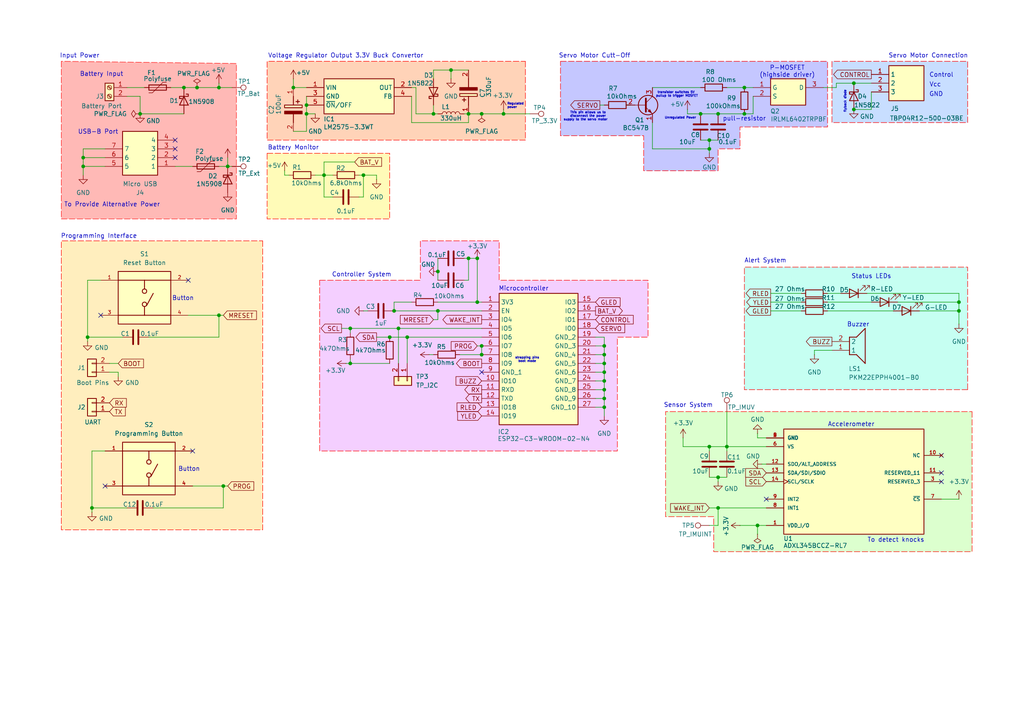
<source format=kicad_sch>
(kicad_sch (version 20250114) (generator "eeschema") (generator_version "9.0")
  (paper "A4")
  (title_block (title "KnockLockSchematic") (date "2025-11-12") (rev "5.0") (company "HSRW") (comment 1 "Group 04"))
  (text "Voltage Regulator Output 3.3V Buck Convertor\n" (at 77.724 16.256 0) (effects (font (size 1.27 1.27)) (justify left)))
  (text "Vcc\n" (at 271.272 24.638 0) (effects (font (size 1.27 1.27))))
  (text "Battery Input" (at 29.464 21.59 0) (effects (font (size 1.27 1.27))))
  (text "P-MOSFET\n(highside driver)\n" (at 228.346 20.828 0) (effects (font (size 1.27 1.27))))
  (text "Controller System\n\n" (at 104.902 80.772 0) (effects (font (size 1.27 1.27))))
  (text "To detect knocks" (at 259.842 156.718 0) (effects (font (size 1.27 1.27))))
  (text "Control\n" (at 273.05 21.844 0) (effects (font (size 1.27 1.27))))
  (text "Button" (at 53.086 86.614 0) (effects (font (size 1.27 1.27))))
  (text "Programming Interface" (at 28.702 68.58 0) (effects (font (size 1.27 1.27))))
  (text "flyback diode" (at 245.11 29.464 90) (effects (font (size 0.635 0.635))))
  (text "strapping pins\nboot mode" (at 152.908 104.394 0) (effects (font (size 0.635 0.635))))
  (text "Unregulated Power" (at 197.358 34.29 0) (effects (font (size 0.635 0.635))))
  (text "Servo Motor Cutt-Off\n" (at 172.466 16.256 0) (effects (font (size 1.27 1.27))))
  (text "Regulated \npower" (at 147.066 30.734 0) (effects (font (size 0.635 0.635)) (justify left)))
  (text "Sensor System" (at 199.644 117.602 0) (effects (font (size 1.27 1.27))))
  (text "GND\n" (at 271.526 27.432 0) (effects (font (size 1.27 1.27))))
  (text "Buzzer\n" (at 248.92 94.234 0) (effects (font (size 1.27 1.27))))
  (text "transistor switches 5V \npullup to trigger MOSFET" (at 196.342 27.432 0) (effects (font (size 0.635 0.635))))
  (text "Alert System" (at 221.996 75.692 0) (effects (font (size 1.27 1.27))))
  (text "Servo Motor Connection\n" (at 269.24 16.256 0) (effects (font (size 1.27 1.27))))
  (text "This pin allows us to \ndisconnect the power \nsupply to the servo motor" (at 176.276 33.782 0) (effects (font (size 0.635 0.635)) (justify right)))
  (text "Input Power" (at 23.114 16.256 0) (effects (font (size 1.27 1.27))))
  (text "Microcontroller" (at 151.892 83.82 0) (effects (font (size 1.27 1.27))))
  (text "Accelerometer" (at 246.888 123.19 0) (effects (font (size 1.27 1.27))))
  (text "Battery Monitor" (at 85.09 42.926 0) (effects (font (size 1.27 1.27))))
  (text "Status LEDs" (at 252.73 80.264 0) (effects (font (size 1.27 1.27))))
  (text "To Provide Alternative Power" (at 32.512 59.436 0) (effects (font (size 1.27 1.27))))
  (text "USB-B Port" (at 28.448 38.354 0) (effects (font (size 1.27 1.27))))
  (text "Button" (at 54.864 136.144 0) (effects (font (size 1.27 1.27))))
  (text "pull-resistor" (at 215.9 34.544 0) (effects (font (size 1.27 1.27))))
  (junction (at 278.13 87.63))
  (junction (at 115.57 95.25))
  (junction (at 57.15 25.4))
  (junction (at 175.26 118.11))
  (junction (at 40.64 33.02))
  (junction (at 139.7 33.02))
  (junction (at 101.6 95.25))
  (junction (at 175.26 110.49))
  (junction (at 24.13 48.26))
  (junction (at 208.28 33.02))
  (junction (at 135.89 74.93))
  (junction (at 101.6 105.41))
  (junction (at 219.71 152.4))
  (junction (at 88.9 30.48))
  (junction (at 139.7 100.33))
  (junction (at 85.09 25.4))
  (junction (at 175.26 115.57))
  (junction (at 247.65 31.75))
  (junction (at 66.04 48.26))
  (junction (at 175.26 105.41))
  (junction (at 208.28 138.43))
  (junction (at 105.41 50.8))
  (junction (at 63.5 91.44))
  (junction (at 278.13 90.17))
  (junction (at 175.26 100.33))
  (junction (at 24.13 45.72))
  (junction (at 25.4 97.79))
  (junction (at 146.05 33.02))
  (junction (at 93.98 50.8))
  (junction (at 63.5 25.4))
  (junction (at 130.81 20.32))
  (junction (at 114.3 90.17))
  (junction (at 203.2 33.02))
  (junction (at 127 78.74))
  (junction (at 175.26 107.95))
  (junction (at 127 90.17))
  (junction (at 64.77 140.97))
  (junction (at 138.43 87.63))
  (junction (at 135.89 33.02))
  (junction (at 138.43 74.93))
  (junction (at 208.28 147.32))
  (junction (at 175.26 113.03))
  (junction (at 215.9 25.4))
  (junction (at 205.74 43.18))
  (junction (at 205.74 129.54))
  (junction (at 175.26 102.87))
  (junction (at 125.73 33.02))
  (junction (at 210.82 129.54))
  (junction (at 247.65 24.13))
  (junction (at 118.11 97.79))
  (junction (at 205.74 40.64))
  (junction (at 88.9 33.02))
  (junction (at 139.7 102.87))
  (junction (at 26.67 147.32))
  (junction (at 113.03 97.79))
  (junction (at 53.34 25.4))
  (junction (at 215.9 33.02))
  (no_connect (at 30.48 140.97))
  (no_connect (at 50.8 43.18))
  (no_connect (at 54.61 81.28))
  (no_connect (at 273.05 137.16))
  (no_connect (at 139.7 107.95))
  (no_connect (at 29.21 91.44))
  (no_connect (at 273.05 132.08))
  (no_connect (at 50.8 45.72))
  (no_connect (at 50.8 40.64))
  (no_connect (at 222.25 144.78))
  (no_connect (at 273.05 139.7))
  (no_connect (at 55.88 130.81))
  (wire (pts (xy 25.4 97.79) (xy 35.56 97.79)))
  (wire (pts (xy 199.39 31.75) (xy 199.39 33.02)))
  (wire (pts (xy 63.5 25.4) (xy 63.5 24.13)))
  (wire (pts (xy 208.28 138.43) (xy 208.28 139.7)))
  (wire (pts (xy 240.03 85.09) (xy 243.84 85.09)))
  (wire (pts (xy 189.23 35.56) (xy 189.23 43.18)))
  (wire (pts (xy 127 90.17) (xy 139.7 90.17)))
  (wire (pts (xy 175.26 115.57) (xy 175.26 118.11)))
  (wire (pts (xy 215.9 25.4) (xy 218.44 25.4)))
  (wire (pts (xy 139.7 33.02) (xy 146.05 33.02)))
  (wire (pts (xy 135.89 74.93) (xy 135.89 81.28)))
  (wire (pts (xy 115.57 95.25) (xy 115.57 105.41)))
  (wire (pts (xy 205.74 44.45) (xy 205.74 43.18)))
  (wire (pts (xy 85.09 38.1) (xy 88.9 38.1)))
  (wire (pts (xy 57.15 25.4) (xy 63.5 25.4)))
  (wire (pts (xy 181.61 30.48) (xy 182.88 30.48)))
  (wire (pts (xy 104.14 57.15) (xy 105.41 57.15)))
  (wire (pts (xy 208.28 138.43) (xy 210.82 138.43)))
  (wire (pts (xy 125.73 20.32) (xy 130.81 20.32)))
  (wire (pts (xy 100.33 105.41) (xy 101.6 105.41)))
  (wire (pts (xy 114.3 87.63) (xy 114.3 90.17)))
  (wire (pts (xy 40.64 33.02) (xy 53.34 33.02)))
  (wire (pts (xy 99.06 95.25) (xy 101.6 95.25)))
  (wire (pts (xy 24.13 43.18) (xy 30.48 43.18)))
  (wire (pts (xy 120.65 25.4) (xy 120.65 33.02)))
  (wire (pts (xy 26.67 147.32) (xy 26.67 148.59)))
  (wire (pts (xy 101.6 104.14) (xy 101.6 105.41)))
  (wire (pts (xy 40.64 27.94) (xy 40.64 33.02)))
  (wire (pts (xy 242.57 24.13) (xy 247.65 24.13)))
  (wire (pts (xy 26.67 130.81) (xy 30.48 130.81)))
  (wire (pts (xy 109.22 97.79) (xy 113.03 97.79)))
  (wire (pts (xy 252.73 31.75) (xy 247.65 31.75)))
  (wire (pts (xy 173.99 30.48) (xy 175.26 30.48)))
  (wire (pts (xy 82.55 49.53) (xy 82.55 50.8)))
  (wire (pts (xy 64.77 140.97) (xy 64.77 147.32)))
  (wire (pts (xy 242.57 24.13) (xy 242.57 25.4)))
  (wire (pts (xy 24.13 45.72) (xy 24.13 48.26)))
  (wire (pts (xy 215.9 33.02) (xy 218.44 33.02)))
  (wire (pts (xy 25.4 97.79) (xy 25.4 99.06)))
  (wire (pts (xy 135.89 33.02) (xy 135.89 35.56)))
  (wire (pts (xy 198.12 127) (xy 198.12 129.54)))
  (wire (pts (xy 273.05 144.78) (xy 278.13 144.78)))
  (wire (pts (xy 172.72 110.49) (xy 175.26 110.49)))
  (wire (pts (xy 205.74 147.32) (xy 208.28 147.32)))
  (wire (pts (xy 43.18 97.79) (xy 63.5 97.79)))
  (wire (pts (xy 64.77 91.44) (xy 63.5 91.44)))
  (wire (pts (xy 114.3 90.17) (xy 127 90.17)))
  (wire (pts (xy 119.38 35.56) (xy 135.89 35.56)))
  (wire (pts (xy 205.74 152.4) (xy 208.28 152.4)))
  (wire (pts (xy 203.2 33.02) (xy 208.28 33.02)))
  (wire (pts (xy 101.6 96.52) (xy 101.6 95.25)))
  (wire (pts (xy 24.13 45.72) (xy 30.48 45.72)))
  (wire (pts (xy 127 74.93) (xy 127 78.74)))
  (wire (pts (xy 189.23 43.18) (xy 205.74 43.18)))
  (wire (pts (xy 266.7 90.17) (xy 278.13 90.17)))
  (wire (pts (xy 67.31 48.26) (xy 66.04 48.26)))
  (wire (pts (xy 205.74 129.54) (xy 210.82 129.54)))
  (wire (pts (xy 208.28 147.32) (xy 222.25 147.32)))
  (wire (pts (xy 219.71 125.73) (xy 219.71 127)))
  (wire (pts (xy 175.26 118.11) (xy 175.26 120.65)))
  (wire (pts (xy 199.39 33.02) (xy 203.2 33.02)))
  (wire (pts (xy 104.14 50.8) (xy 105.41 50.8)))
  (wire (pts (xy 53.34 25.4) (xy 57.15 25.4)))
  (wire (pts (xy 130.81 20.32) (xy 130.81 22.86)))
  (wire (pts (xy 44.45 147.32) (xy 64.77 147.32)))
  (wire (pts (xy 26.67 130.81) (xy 26.67 147.32)))
  (wire (pts (xy 36.83 25.4) (xy 41.91 25.4)))
  (wire (pts (xy 135.89 33.02) (xy 139.7 33.02)))
  (wire (pts (xy 125.73 30.48) (xy 125.73 33.02)))
  (wire (pts (xy 251.46 85.09) (xy 278.13 85.09)))
  (wire (pts (xy 31.75 107.95) (xy 34.29 107.95)))
  (wire (pts (xy 102.87 46.99) (xy 93.98 46.99)))
  (wire (pts (xy 63.5 91.44) (xy 63.5 97.79)))
  (wire (pts (xy 210.82 130.81) (xy 210.82 129.54)))
  (wire (pts (xy 135.89 74.93) (xy 138.43 74.93)))
  (wire (pts (xy 125.73 20.32) (xy 125.73 22.86)))
  (wire (pts (xy 219.71 152.4) (xy 222.25 152.4)))
  (wire (pts (xy 205.74 130.81) (xy 205.74 129.54)))
  (wire (pts (xy 91.44 50.8) (xy 93.98 50.8)))
  (wire (pts (xy 119.38 27.94) (xy 119.38 35.56)))
  (wire (pts (xy 24.13 48.26) (xy 30.48 48.26)))
  (wire (pts (xy 175.26 100.33) (xy 175.26 102.87)))
  (wire (pts (xy 172.72 115.57) (xy 175.26 115.57)))
  (wire (pts (xy 127 87.63) (xy 138.43 87.63)))
  (wire (pts (xy 210.82 119.38) (xy 210.82 129.54)))
  (wire (pts (xy 88.9 33.02) (xy 88.9 30.48)))
  (wire (pts (xy 120.65 33.02) (xy 125.73 33.02)))
  (wire (pts (xy 67.31 25.4) (xy 63.5 25.4)))
  (wire (pts (xy 222.25 127) (xy 219.71 127)))
  (wire (pts (xy 223.52 90.17) (xy 232.41 90.17)))
  (wire (pts (xy 130.81 20.32) (xy 135.89 20.32)))
  (wire (pts (xy 278.13 93.98) (xy 278.13 90.17)))
  (wire (pts (xy 34.29 107.95) (xy 34.29 109.22)))
  (wire (pts (xy 138.43 74.93) (xy 138.43 87.63)))
  (wire (pts (xy 175.26 97.79) (xy 175.26 100.33)))
  (wire (pts (xy 175.26 110.49) (xy 175.26 113.03)))
  (wire (pts (xy 146.05 31.75) (xy 146.05 33.02)))
  (wire (pts (xy 63.5 48.26) (xy 66.04 48.26)))
  (wire (pts (xy 24.13 48.26) (xy 24.13 50.8)))
  (wire (pts (xy 172.72 97.79) (xy 175.26 97.79)))
  (wire (pts (xy 88.9 38.1) (xy 88.9 33.02)))
  (wire (pts (xy 85.09 22.86) (xy 85.09 25.4)))
  (wire (pts (xy 214.63 152.4) (xy 219.71 152.4)))
  (wire (pts (xy 134.62 81.28) (xy 135.89 81.28)))
  (wire (pts (xy 138.43 87.63) (xy 139.7 87.63)))
  (wire (pts (xy 55.88 140.97) (xy 64.77 140.97)))
  (wire (pts (xy 101.6 105.41) (xy 113.03 105.41)))
  (wire (pts (xy 54.61 91.44) (xy 63.5 91.44)))
  (wire (pts (xy 66.04 140.97) (xy 64.77 140.97)))
  (wire (pts (xy 127 33.02) (xy 125.73 33.02)))
  (wire (pts (xy 34.29 105.41) (xy 31.75 105.41)))
  (wire (pts (xy 198.12 129.54) (xy 205.74 129.54)))
  (wire (pts (xy 93.98 46.99) (xy 93.98 50.8)))
  (wire (pts (xy 172.72 100.33) (xy 175.26 100.33)))
  (wire (pts (xy 93.98 57.15) (xy 93.98 50.8)))
  (wire (pts (xy 210.82 25.4) (xy 215.9 25.4)))
  (wire (pts (xy 88.9 27.94) (xy 88.9 30.48)))
  (wire (pts (xy 93.98 50.8) (xy 96.52 50.8)))
  (wire (pts (xy 109.22 50.8) (xy 109.22 52.07)))
  (wire (pts (xy 260.35 87.63) (xy 278.13 87.63)))
  (wire (pts (xy 105.41 90.17) (xy 106.68 90.17)))
  (wire (pts (xy 24.13 43.18) (xy 24.13 45.72)))
  (wire (pts (xy 172.72 102.87) (xy 175.26 102.87)))
  (wire (pts (xy 189.23 25.4) (xy 203.2 25.4)))
  (wire (pts (xy 124.46 102.87) (xy 125.73 102.87)))
  (wire (pts (xy 218.44 33.02) (xy 218.44 27.94)))
  (wire (pts (xy 208.28 33.02) (xy 215.9 33.02)))
  (wire (pts (xy 223.52 85.09) (xy 232.41 85.09)))
  (wire (pts (xy 96.52 57.15) (xy 93.98 57.15)))
  (wire (pts (xy 138.43 100.33) (xy 139.7 100.33)))
  (wire (pts (xy 153.67 33.02) (xy 146.05 33.02)))
  (wire (pts (xy 205.74 40.64) (xy 208.28 40.64)))
  (wire (pts (xy 278.13 87.63) (xy 278.13 90.17)))
  (wire (pts (xy 172.72 107.95) (xy 175.26 107.95)))
  (wire (pts (xy 25.4 81.28) (xy 25.4 97.79)))
  (wire (pts (xy 172.72 113.03) (xy 175.26 113.03)))
  (wire (pts (xy 114.3 87.63) (xy 119.38 87.63)))
  (wire (pts (xy 105.41 50.8) (xy 109.22 50.8)))
  (wire (pts (xy 241.3 101.6) (xy 236.22 101.6)))
  (wire (pts (xy 127 81.28) (xy 127 78.74)))
  (wire (pts (xy 242.57 25.4) (xy 238.76 25.4)))
  (wire (pts (xy 175.26 113.03) (xy 175.26 115.57)))
  (wire (pts (xy 118.11 97.79) (xy 139.7 97.79)))
  (wire (pts (xy 105.41 57.15) (xy 105.41 50.8)))
  (wire (pts (xy 172.72 105.41) (xy 175.26 105.41)))
  (wire (pts (xy 175.26 107.95) (xy 175.26 110.49)))
  (wire (pts (xy 172.72 118.11) (xy 175.26 118.11)))
  (wire (pts (xy 113.03 97.79) (xy 118.11 97.79)))
  (wire (pts (xy 175.26 102.87) (xy 175.26 105.41)))
  (wire (pts (xy 205.74 43.18) (xy 205.74 40.64)))
  (wire (pts (xy 135.89 33.02) (xy 134.62 33.02)))
  (wire (pts (xy 220.98 134.62) (xy 222.25 134.62)))
  (wire (pts (xy 66.04 45.72) (xy 66.04 48.26)))
  (wire (pts (xy 252.73 26.67) (xy 252.73 31.75)))
  (wire (pts (xy 49.53 25.4) (xy 53.34 25.4)))
  (wire (pts (xy 40.64 27.94) (xy 36.83 27.94)))
  (wire (pts (xy 208.28 152.4) (xy 208.28 147.32)))
  (wire (pts (xy 240.03 87.63) (xy 252.73 87.63)))
  (wire (pts (xy 236.22 101.6) (xy 236.22 102.87)))
  (wire (pts (xy 101.6 95.25) (xy 115.57 95.25)))
  (wire (pts (xy 210.82 129.54) (xy 222.25 129.54)))
  (wire (pts (xy 85.09 25.4) (xy 88.9 25.4)))
  (wire (pts (xy 26.67 147.32) (xy 36.83 147.32)))
  (wire (pts (xy 127 92.71) (xy 127 90.17)))
  (wire (pts (xy 119.38 25.4) (xy 120.65 25.4)))
  (wire (pts (xy 118.11 97.79) (xy 118.11 105.41)))
  (wire (pts (xy 125.73 92.71) (xy 127 92.71)))
  (wire (pts (xy 223.52 87.63) (xy 232.41 87.63)))
  (wire (pts (xy 219.71 152.4) (xy 219.71 154.94)))
  (wire (pts (xy 208.28 138.43) (xy 205.74 138.43)))
  (wire (pts (xy 247.65 24.13) (xy 252.73 24.13)))
  (wire (pts (xy 133.35 102.87) (xy 139.7 102.87)))
  (wire (pts (xy 82.55 50.8) (xy 83.82 50.8)))
  (wire (pts (xy 203.2 40.64) (xy 205.74 40.64)))
  (wire (pts (xy 25.4 81.28) (xy 29.21 81.28)))
  (wire (pts (xy 91.44 33.02) (xy 88.9 33.02)))
  (wire (pts (xy 278.13 85.09) (xy 278.13 87.63)))
  (wire (pts (xy 50.8 48.26) (xy 55.88 48.26)))
  (wire (pts (xy 115.57 95.25) (xy 139.7 95.25)))
  (wire (pts (xy 139.7 100.33) (xy 139.7 102.87)))
  (wire (pts (xy 134.62 74.93) (xy 135.89 74.93)))
  (wire (pts (xy 175.26 105.41) (xy 175.26 107.95)))
  (wire (pts (xy 240.03 90.17) (xy 259.08 90.17)))
  (global_label "BAT_V" (shape output) (at 172.72 90.17 0) (property "Intersheetrefs" "${INTERSHEET_REFS}" (effects (hide yes))))
  (global_label "SERVO" (shape output) (at 173.99 30.48 180) (property "Intersheetrefs" "${INTERSHEET_REFS}" (effects (hide yes))))
  (global_label "WAKE_INT" (shape output) (at 139.7 92.71 180) (property "Intersheetrefs" "${INTERSHEET_REFS}" (effects (hide yes))))
  (global_label "SCL" (shape input) (at 222.25 139.7 180) (property "Intersheetrefs" "${INTERSHEET_REFS}" (effects (hide yes))))
  (global_label "PROG" (shape input) (at 66.04 140.97 0) (property "Intersheetrefs" "${INTERSHEET_REFS}" (effects (hide yes))))
  (global_label "WAKE_INT" (shape input) (at 205.74 147.32 180) (property "Intersheetrefs" "${INTERSHEET_REFS}" (effects (hide yes))))
  (global_label "RX" (shape output) (at 139.7 113.03 180) (property "Intersheetrefs" "${INTERSHEET_REFS}" (effects (hide yes))))
  (global_label "MRESET" (shape input) (at 125.73 92.71 180) (property "Intersheetrefs" "${INTERSHEET_REFS}" (effects (hide yes))))
  (global_label "CONTROL" (shape input) (at 172.72 92.71 0) (property "Intersheetrefs" "${INTERSHEET_REFS}" (effects (hide yes))))
  (global_label "RLED" (shape output) (at 223.52 85.09 180) (property "Intersheetrefs" "${INTERSHEET_REFS}" (effects (hide yes))))
  (global_label "PROG" (shape input) (at 138.43 100.33 180) (property "Intersheetrefs" "${INTERSHEET_REFS}" (effects (hide yes))))
  (global_label "YLED" (shape input) (at 139.7 120.65 180) (property "Intersheetrefs" "${INTERSHEET_REFS}" (effects (hide yes))))
  (global_label "BOOT" (shape output) (at 139.7 105.41 180) (property "Intersheetrefs" "${INTERSHEET_REFS}" (effects (hide yes))))
  (global_label "SDA" (shape output) (at 109.22 97.79 180) (property "Intersheetrefs" "${INTERSHEET_REFS}" (effects (hide yes))))
  (global_label "YLED" (shape output) (at 223.52 87.63 180) (property "Intersheetrefs" "${INTERSHEET_REFS}" (effects (hide yes))))
  (global_label "GLED" (shape input) (at 172.72 87.63 0) (property "Intersheetrefs" "${INTERSHEET_REFS}" (effects (hide yes))))
  (global_label "BOOT" (shape input) (at 34.29 105.41 0) (property "Intersheetrefs" "${INTERSHEET_REFS}" (effects (hide yes))))
  (global_label "TX" (shape output) (at 139.7 115.57 180) (property "Intersheetrefs" "${INTERSHEET_REFS}" (effects (hide yes))))
  (global_label "SDA" (shape input) (at 222.25 137.16 180) (property "Intersheetrefs" "${INTERSHEET_REFS}" (effects (hide yes))))
  (global_label "RLED" (shape input) (at 139.7 118.11 180) (property "Intersheetrefs" "${INTERSHEET_REFS}" (effects (hide yes))))
  (global_label "SERVO" (shape input) (at 172.72 95.25 0) (property "Intersheetrefs" "${INTERSHEET_REFS}" (effects (hide yes))))
  (global_label "MRESET" (shape input) (at 64.77 91.44 0) (property "Intersheetrefs" "${INTERSHEET_REFS}" (effects (hide yes))))
  (global_label "BUZZ" (shape output) (at 241.3 99.06 180) (property "Intersheetrefs" "${INTERSHEET_REFS}" (effects (hide yes))))
  (global_label "TX" (shape input) (at 31.75 119.38 0) (property "Intersheetrefs" "${INTERSHEET_REFS}" (effects (hide yes))))
  (global_label "BUZZ" (shape input) (at 139.7 110.49 180) (property "Intersheetrefs" "${INTERSHEET_REFS}" (effects (hide yes))))
  (global_label "GLED" (shape output) (at 223.52 90.17 180) (property "Intersheetrefs" "${INTERSHEET_REFS}" (effects (hide yes))))
  (global_label "BAT_V" (shape input) (at 102.87 46.99 0) (property "Intersheetrefs" "${INTERSHEET_REFS}" (effects (hide yes))))
  (global_label "RX" (shape input) (at 31.75 116.84 0) (property "Intersheetrefs" "${INTERSHEET_REFS}" (effects (hide yes))))
  (global_label "SCL" (shape output) (at 99.06 95.25 180) (property "Intersheetrefs" "${INTERSHEET_REFS}" (effects (hide yes))))
  (global_label "CONTROL" (shape output) (at 252.73 21.59 180) (property "Intersheetrefs" "${INTERSHEET_REFS}" (effects (hide yes))))
  (rule_area (polyline (pts (xy 17.78 17.78) (xy 17.78 63.5) (xy 68.58 63.5) (xy 68.58 18.415)) (stroke (width 0) (type dash) (color 255 29 29 1)) (fill (type color) (color 255 23 12 0.3))))
  (rule_area (polyline (pts (xy 241.3 17.78) (xy 241.3 35.56) (xy 280.67 35.56) (xy 280.67 17.78)) (stroke (width 0) (type dash)) (fill (type color) (color 74 147 255 0.3019607843))))
  (rule_area (polyline (pts (xy 162.56 17.78) (xy 240.03 17.78) (xy 240.03 36.83) (xy 214.63 36.83) (xy 214.63 43.18) (xy 208.28 43.18) (xy 208.28 49.53) (xy 186.69 49.53) (xy 186.69 39.37) (xy 162.56 39.37)) (stroke (width 0) (type dash)) (fill (type color) (color 60 67 255 0.3))))
  (rule_area (polyline (pts (xy 281.94 119.38) (xy 281.94 160.02) (xy 207.01 160.02) (xy 207.01 149.86) (xy 193.04 149.86) (xy 193.04 119.38)) (stroke (width 0) (type dash)) (fill (type color) (color 138 255 90 0.3))))
  (rule_area (polyline (pts (xy 92.71 81.28) (xy 121.92 81.28) (xy 121.92 69.85) (xy 144.78 69.85) (xy 144.78 81.28) (xy 187.96 81.28) (xy 187.96 97.79) (xy 179.07 97.79) (xy 179.07 130.81) (xy 148.59 130.81) (xy 147.32 130.81) (xy 134.62 130.81) (xy 132.08 130.81) (xy 102.87 130.81) (xy 92.71 130.81) (xy 92.71 129.54) (xy 92.71 93.98)) (stroke (width 0) (type dash)) (fill (type color) (color 217 94 255 0.3))))
  (rule_area (polyline (pts (xy 77.47 44.45) (xy 113.03 44.45) (xy 113.03 63.5) (xy 77.47 63.5)) (stroke (width 0) (type dash)) (fill (type color) (color 255 240 18 0.3))))
  (rule_area (polyline (pts (xy 76.2 69.85) (xy 76.2 153.67) (xy 45.72 153.67) (xy 45.72 153.67) (xy 17.78 153.67) (xy 17.78 113.03) (xy 17.78 69.85)) (stroke (width 0) (type dash)) (fill (type color) (color 255 196 39 0.3))))
  (rule_area (polyline (pts (xy 280.67 113.03) (xy 215.9 113.03) (xy 215.9 77.47) (xy 280.67 77.47)) (stroke (width 0) (type dash)) (fill (type color) (color 66 255 212 0.3))))
  (rule_area (polyline (pts (xy 152.4 17.78) (xy 152.4 40.64) (xy 77.47 40.64) (xy 77.47 17.78)) (stroke (width 0) (type dash)) (fill (type color) (color 255 109 17 0.3))))
  (symbol (lib_id "power:GND") (at 278.13 93.98 0) (unit 1)
    (property "Reference" "#PWR029" (effects (hide yes)))
    (property "Value" "GND" (at 278.13 99.06 0))
    (property "Description" "Power symbol creates a global label with name \"GND\" , ground" (effects (hide yes)))
  )
  (symbol (lib_id "SamacSys_Parts:EEU-FC1C101H") (at 85.09 25.4 270) (unit 1)
    (property "Reference" "C2" (at 78.74 30.48 0) (effects (justify left)))
    (property "Value" "100uF" (at 80.772 27.178 0) (effects (justify left)))
    (property "Footprint" "SamacSys_Parts:CAPPRD250W55D630H1220" (effects (hide yes)))
    (property "Datasheet" "http://industrial.panasonic.com/cdbs/www-data/pdf/RDF0000/ABA0000C1209.pdf" (effects (hide yes)))
    (property "Description" "Aluminium Electrolytic Capacitor, Radial Lead, AEC-Q200, 105?C" (effects (hide yes)))
    (property "Height" "12.2" (effects (hide yes)))
    (property "Mouser Part Number" "667-EEU-FC1C101H" (effects (hide yes)))
    (property "Mouser Price/Stock" "https://www.mouser.co.uk/ProductDetail/Panasonic/EEU-FC1C101H?qs=%2FC1U95aQ15szP%252BXx0reJVg%3D%3D" (effects (hide yes)))
    (property "Manufacturer_Name" "Panasonic" (effects (hide yes)))
    (property "Manufacturer_Part_Number" "EEU-FC1C101H" (effects (hide yes)))
  )
  (symbol (lib_id "Device:C") (at 210.82 134.62 180) (unit 1)
    (property "Reference" "C11" (at 212.852 132.588 0))
    (property "Value" "0.1uF" (at 213.614 136.652 0))
    (property "Footprint" "Capacitor_SMD:C_0805_2012Metric_Pad1.18x1.45mm_HandSolder" (effects (hide yes)))
    (property "Description" "Unpolarized capacitor" (effects (hide yes)))
  )
  (symbol (lib_id "power:+3.3V") (at 198.12 127 0) (unit 1)
    (property "Reference" "#PWR020" (effects (hide yes)))
    (property "Value" "+3.3V" (at 198.12 122.682 0))
    (property "Description" "Power symbol creates a global label with name \"+3.3V\"" (effects (hide yes)))
  )
  (symbol (lib_id "power:GND") (at 105.41 90.17 270) (unit 1)
    (property "Reference" "#PWR011" (effects (hide yes)))
    (property "Value" "GND" (at 101.6 90.1699 90) (effects (justify right)))
    (property "Description" "Power symbol creates a global label with name \"GND\" , ground" (effects (hide yes)))
  )
  (symbol (lib_id "Transistor_BJT:2N3904") (at 186.69 30.48 0) (unit 1)
    (property "Reference" "Q1" (at 184.15 34.798 0) (effects (justify left)))
    (property "Value" "BC547B" (at 180.594 37.084 0) (effects (justify left)))
    (property "Footprint" "Package_TO_SOT_THT:TO-92_HandSolder" (effects (hide yes)))
    (property "Datasheet" "https://www.onsemi.com/pub/Collateral/2N3903-D.PDF" (effects (hide yes)))
    (property "Description" "0.2A Ic, 40V Vce, Small Signal NPN Transistor, TO-92" (effects (hide yes)))
  )
  (symbol (lib_id "Device:R") (at 236.22 90.17 90) (unit 1)
    (property "Reference" "R12" (at 240.284 88.9 90))
    (property "Value" "27 Ohms" (at 229.108 88.9 90))
    (property "Footprint" "Resistor_SMD:R_1206_3216Metric_Pad1.30x1.75mm_HandSolder" (effects (hide yes)))
    (property "Description" "Resistor" (effects (hide yes)))
  )
  (symbol (lib_id "SamacSys_Parts:TBP04R12-500-03BE") (at 252.73 21.59 0) (unit 1)
    (property "Reference" "J5" (at 258.318 31.496 0) (effects (justify left)))
    (property "Value" "TBP04R12-500-03BE" (at 258.064 34.29 0) (effects (justify left)))
    (property "Footprint" "Connector_JST:JST_EH_S3B-EH_1x03_P2.50mm_Horizontal" (effects (hide yes)))
    (property "Datasheet" "https://www.sameskydevices.com/product/resource/tbp04r12-500.pdf" (effects (hide yes)))
    (property "Description" "3 Position Terminal Block Header, Male Pins, Shrouded (4 Side) 0.197\" (5.00mm) 90, Right Angle Through Hole" (effects (hide yes)))
    (property "Height" "8.8" (effects (hide yes)))
    (property "Mouser Part Number" "179-TBP04R12-50003BE" (effects (hide yes)))
    (property "Mouser Price/Stock" "https://www.mouser.co.uk/ProductDetail/CUI-Devices/TBP04R12-500-03BE?qs=TCDPyi3sCW0NaxY6tKwPhA%3D%3D" (effects (hide yes)))
    (property "Manufacturer_Name" "Same Sky" (effects (hide yes)))
    (property "Manufacturer_Part_Number" "TBP04R12-500-03BE" (effects (hide yes)))
  )
  (symbol (lib_id "power:GND") (at 25.4 99.06 0) (unit 1)
    (property "Reference" "#PWR02" (effects (hide yes)))
    (property "Value" "GND" (at 29.464 100.838 0))
    (property "Description" "Power symbol creates a global label with name \"GND\" , ground" (effects (hide yes)))
  )
  (symbol (lib_id "Device:Polyfuse") (at 45.72 25.4 90) (unit 1)
    (property "Reference" "F1" (at 43.942 21.082 90))
    (property "Value" "Polyfuse" (at 45.72 22.86 90))
    (property "Footprint" "Fuse:Fuse_BelFuse_0ZRE0012FF_L8.3mm_W3.8mm" (effects (hide yes)))
    (property "Description" "Resettable fuse, polymeric positive temperature coefficient" (effects (hide yes)))
  )
  (symbol (lib_id "Connector_Generic:Conn_01x02") (at 118.11 110.49 270) (unit 1)
    (property "Reference" "TP3" (at 120.65 109.2199 90) (effects (justify left)))
    (property "Value" "TP_I2C" (at 120.65 111.7599 90) (effects (justify left)))
    (property "Footprint" "Connector_PinSocket_2.54mm:PinSocket_1x02_P2.54mm_Vertical" (effects (hide yes)))
    (property "Description" "Generic connector, single row, 01x02, script generated (kicad-library-utils/schlib/autogen/connector/)" (effects (hide yes)))
  )
  (symbol (lib_id "power:GND") (at 109.22 52.07 0) (unit 1)
    (property "Reference" "#PWR014" (effects (hide yes)))
    (property "Value" "GND" (at 109.22 57.15 0))
    (property "Description" "Power symbol creates a global label with name \"GND\" , ground" (effects (hide yes)))
  )
  (symbol (lib_id "power:GND") (at 219.71 125.73 180) (unit 1)
    (property "Reference" "#PWR025" (effects (hide yes)))
    (property "Value" "GND" (at 219.71 121.666 0))
    (property "Description" "Power symbol creates a global label with name \"GND\" , ground" (effects (hide yes)))
  )
  (symbol (lib_id "power:GND") (at 24.13 50.8 0) (unit 1)
    (property "Reference" "#PWR01" (effects (hide yes)))
    (property "Value" "GND" (at 24.13 55.88 0))
    (property "Description" "Power symbol creates a global label with name \"GND\" , ground" (effects (hide yes)))
  )
  (symbol (lib_id "SamacSys_Parts:USB3145-30-1-A") (at 50.8 48.26 180) (unit 1)
    (property "Reference" "J4" (at 40.64 55.88 0))
    (property "Value" "Micro USB" (at 40.64 53.34 0))
    (property "Footprint" "SamacSys_Parts:USB3145301A" (effects (hide yes)))
    (property "Datasheet" "https://gct.co/connector/usb3145" (effects (hide yes)))
    (property "Description" "GCT (GLOBAL CONNECTOR TECHNOLOGY) - USB3145-30-1-A - MICRO USB, 2.0 TYPE B, RECEPTACLE, TH" (effects (hide yes)))
    (property "Mouser Part Number" "640-USB3145-30-1-A" (effects (hide yes)))
    (property "Mouser Price/Stock" "https://www.mouser.co.uk/ProductDetail/GCT/USB3145-30-1-A?qs=KUoIvG%2F9IlYD1lvSRu5iyg%3D%3D" (effects (hide yes)))
    (property "Manufacturer_Name" "GCT (GLOBAL CONNECTOR TECHNOLOGY)" (effects (hide yes)))
    (property "Manufacturer_Part_Number" "USB3145-30-1-A" (effects (hide yes)))
  )
  (symbol (lib_id "SamacSys_Parts:PKM22EPPH4001-B0") (at 241.3 99.06 0) (unit 1)
    (property "Reference" "LS1" (at 246.126 106.934 0) (effects (justify left)))
    (property "Value" "PKM22EPPH4001-B0" (at 246.126 109.474 0) (effects (justify left)))
    (property "Footprint" "SamacSys_Parts:PKM22EPPH4001B0" (effects (hide yes)))
    (property "Datasheet" "https://www.murata.com/products/productdata/8801054064670/SPEC-PKM22EPPH4001-B0.pdf?1517839211000" (effects (hide yes)))
    (property "Description" "Buzzers Transducer, Externally Driven Piezo 1.5 V 4kHz 75dB @ 1.5V, 10cm Through Hole PC Pins" (effects (hide yes)))
    (property "Height" "10.7" (effects (hide yes)))
    (property "Mouser Part Number" "81-PKM22EPPH4001-B0" (effects (hide yes)))
    (property "Mouser Price/Stock" "https://www.mouser.co.uk/ProductDetail/Murata-Electronics/PKM22EPPH4001-B0?qs=flZjIlU0hx2Fke4m2iZ9MA%3D%3D" (effects (hide yes)))
    (property "Manufacturer_Name" "Murata Electronics" (effects (hide yes)))
    (property "Manufacturer_Part_Number" "PKM22EPPH4001-B0" (effects (hide yes)))
  )
  (symbol (lib_id "Connector:TestPoint") (at 205.74 152.4 90) (unit 1)
    (property "Reference" "TP5" (at 199.644 152.4 90))
    (property "Value" "TP_IMUINT" (at 201.676 154.94 90))
    (property "Footprint" "Connector_PinSocket_2.54mm:PinSocket_1x01_P2.54mm_Vertical" (effects (hide yes)))
    (property "Description" "test point" (effects (hide yes)))
  )
  (symbol (lib_id "power:+5V") (at 63.5 24.13 0) (unit 1)
    (property "Reference" "#PWR05" (effects (hide yes)))
    (property "Value" "+5V" (at 63.246 20.32 0))
    (property "Description" "Power symbol creates a global label with name \"+5V\"" (effects (hide yes)))
  )
  (symbol (lib_id "Device:LED") (at 247.65 85.09 180) (unit 1)
    (property "Reference" "D5" (at 244.856 84.074 0))
    (property "Value" "R-LED" (at 255.778 83.82 0))
    (property "Footprint" "LED_THT:LED_D3.0mm" (effects (hide yes)))
    (property "Description" "Light emitting diode" (effects (hide yes)))
    (property "Sim.Pins" "1=K 2=A" (effects (hide yes)))
  )
  (symbol (lib_id "Device:R") (at 207.01 25.4 90) (unit 1)
    (property "Reference" "R8" (at 205.994 20.828 90))
    (property "Value" "100 Ohms" (at 208.534 23.114 90))
    (property "Footprint" "Resistor_SMD:R_1206_3216Metric_Pad1.30x1.75mm_HandSolder" (effects (hide yes)))
    (property "Description" "Resistor" (effects (hide yes)))
  )
  (symbol (lib_id "Device:LED") (at 256.54 87.63 180) (unit 1)
    (property "Reference" "D6" (at 253.746 86.614 0))
    (property "Value" "Y-LED" (at 264.922 86.36 0))
    (property "Footprint" "LED_THT:LED_D3.0mm" (effects (hide yes)))
    (property "Description" "Light emitting diode" (effects (hide yes)))
    (property "Sim.Pins" "1=K 2=A" (effects (hide yes)))
  )
  (symbol (lib_id "power:+3.3V") (at 214.63 152.4 90) (unit 1)
    (property "Reference" "#PWR024" (effects (hide yes)))
    (property "Value" "+3.3V" (at 210.566 152.654 0))
    (property "Description" "Power symbol creates a global label with name \"+3.3V\"" (effects (hide yes)))
  )
  (symbol (lib_id "Device:C") (at 205.74 134.62 180) (unit 1)
    (property "Reference" "C9" (at 204.216 132.334 0))
    (property "Value" "10uF" (at 203.2 136.652 0))
    (property "Footprint" "Capacitor_THT:C_Radial_D5.0mm_H11.0mm_P2.00mm" (effects (hide yes)))
    (property "Description" "Unpolarized capacitor" (effects (hide yes)))
  )
  (symbol (lib_id "power:+3.3V") (at 278.13 144.78 0) (unit 1)
    (property "Reference" "#PWR030" (effects (hide yes)))
    (property "Value" "+3.3V" (at 278.13 139.7 0))
    (property "Description" "Power symbol creates a global label with name \"+3.3V\"" (effects (hide yes)))
  )
  (symbol (lib_id "Device:R") (at 87.63 50.8 90) (unit 1)
    (property "Reference" "R1" (at 86.106 48.514 90))
    (property "Value" "10kOhms" (at 88.9 53.086 90))
    (property "Footprint" "Resistor_SMD:R_1206_3216Metric_Pad1.30x1.75mm_HandSolder" (effects (hide yes)))
    (property "Description" "Resistor" (effects (hide yes)))
  )
  (symbol (lib_id "Diode:1N5822") (at 247.65 27.94 270) (unit 1)
    (property "Reference" "D4" (at 251.46 27.94 90) (effects (justify right)))
    (property "Value" "1N5822" (at 255.27 30.48 90) (effects (justify right)))
    (property "Footprint" "Diode_THT:D_DO-201AD_P15.24mm_Horizontal" (effects (hide yes)))
    (property "Datasheet" "http://www.vishay.com/docs/88526/1n5820.pdf" (effects (hide yes)))
    (property "Description" "40V 3A Schottky Barrier Rectifier Diode, DO-201AD" (effects (hide yes)))
  )
  (symbol (lib_id "Device:C") (at 40.64 147.32 90) (unit 1)
    (property "Reference" "C12" (at 37.592 146.304 90))
    (property "Value" "0.1uF" (at 44.704 146.304 90))
    (property "Footprint" "Capacitor_SMD:C_0805_2012Metric_Pad1.18x1.45mm_HandSolder" (effects (hide yes)))
    (property "Description" "Unpolarized capacitor" (effects (hide yes)))
  )
  (symbol (lib_id "Device:R") (at 101.6 100.33 180) (unit 1)
    (property "Reference" "R3" (at 99.314 98.552 0))
    (property "Value" "4k7Ohms" (at 97.028 101.092 0))
    (property "Footprint" "Resistor_SMD:R_1206_3216Metric_Pad1.30x1.75mm_HandSolder" (effects (hide yes)))
    (property "Description" "Resistor" (effects (hide yes)))
  )
  (symbol (lib_id "Device:R") (at 179.07 30.48 90) (unit 1)
    (property "Reference" "R7" (at 177.8 25.654 90))
    (property "Value" "10kOhms" (at 180.34 27.94 90))
    (property "Footprint" "Resistor_SMD:R_1206_3216Metric_Pad1.30x1.75mm_HandSolder" (effects (hide yes)))
    (property "Description" "Resistor" (effects (hide yes)))
  )
  (symbol (lib_id "Device:R") (at 100.33 50.8 90) (unit 1)
    (property "Reference" "R2" (at 98.806 48.768 90))
    (property "Value" "6.8kOhms" (at 100.33 53.086 90))
    (property "Footprint" "Resistor_SMD:R_1206_3216Metric_Pad1.30x1.75mm_HandSolder" (effects (hide yes)))
    (property "Description" "Resistor" (effects (hide yes)))
  )
  (symbol (lib_id "Connector_Generic:Conn_01x02") (at 26.67 119.38 180) (unit 1)
    (property "Reference" "J2" (at 23.622 118.11 0))
    (property "Value" "UART" (at 26.924 122.428 0))
    (property "Footprint" "Connector_PinSocket_2.54mm:PinSocket_1x02_P2.54mm_Vertical" (effects (hide yes)))
    (property "Description" "Generic connector, single row, 01x02, script generated (kicad-library-utils/schlib/autogen/connector/)" (effects (hide yes)))
  )
  (symbol (lib_id "SamacSys_Parts:IRLML6402TRPBF") (at 218.44 25.4 0) (unit 1)
    (property "Reference" "Q2" (at 224.79 32.258 0))
    (property "Value" "IRLML6402TRPBF" (at 231.648 34.544 0))
    (property "Footprint" "SamacSys_Parts:SOT95P237X112-3N" (effects (hide yes)))
    (property "Datasheet" "http://www.infineon.com/dgdl/irlml6402pbf.pdf?fileId=5546d462533600a401535668d5c2263c" (effects (hide yes)))
    (property "Description" "MOSFET MOSFT P-Ch -3.7A 65mOhm 8nC Log Lvl" (effects (hide yes)))
    (property "Height" "1.12" (effects (hide yes)))
    (property "Mouser Part Number" "942-IRLML6402TRPBF" (effects (hide yes)))
    (property "Mouser Price/Stock" "https://www.mouser.co.uk/ProductDetail/Infineon-Technologies/IRLML6402TRPBF?qs=9%252BKlkBgLFf0HuZuONx2Ewg%3D%3D" (effects (hide yes)))
    (property "Manufacturer_Name" "Infineon" (effects (hide yes)))
    (property "Manufacturer_Part_Number" "IRLML6402TRPBF" (effects (hide yes)))
  )
  (symbol (lib_id "Device:C") (at 130.81 81.28 90) (unit 1)
    (property "Reference" "C6" (at 133.35 82.804 90))
    (property "Value" "10uF" (at 127.508 82.804 90))
    (property "Footprint" "Capacitor_THT:C_Radial_D5.0mm_H11.0mm_P2.00mm" (effects (hide yes)))
    (property "Description" "Unpolarized capacitor" (effects (hide yes)))
  )
  (symbol (lib_id "Device:C") (at 39.37 97.79 90) (unit 1)
    (property "Reference" "C1" (at 36.322 96.774 90))
    (property "Value" "0.1uF" (at 43.434 96.774 90))
    (property "Footprint" "Capacitor_SMD:C_0805_2012Metric_Pad1.18x1.45mm_HandSolder" (effects (hide yes)))
    (property "Description" "Unpolarized capacitor" (effects (hide yes)))
  )
  (symbol (lib_id "SamacSys_Parts:LM2575-3.3WT") (at 88.9 25.4 0) (unit 1)
    (property "Reference" "IC1" (at 95.504 34.544 0))
    (property "Value" "LM2575-3.3WT" (at 101.092 36.83 0))
    (property "Footprint" "SamacSys_Parts:LM257533WT" (effects (hide yes)))
    (property "Datasheet" "https://ww1.microchip.com/downloads/en/DeviceDoc/lm2575.pdf" (effects (hide yes)))
    (property "Description" "Switching Voltage Regulators 1A Step-Down SMPS Regulator" (effects (hide yes)))
    (property "Height" "15.113" (effects (hide yes)))
    (property "Mouser Part Number" "998-LM2575-3.3WT" (effects (hide yes)))
    (property "Mouser Price/Stock" "https://www.mouser.co.uk/ProductDetail/Microchip-Technology/LM2575-3.3WT?qs=kh6iOki%2FeLFAZSEMjMNbiQ%3D%3D" (effects (hide yes)))
    (property "Manufacturer_Name" "Microchip" (effects (hide yes)))
    (property "Manufacturer_Part_Number" "LM2575-3.3WT" (effects (hide yes)))
  )
  (symbol (lib_id "power:GND") (at 247.65 31.75 0) (unit 1)
    (property "Reference" "#PWR028" (effects (hide yes)))
    (property "Value" "GND" (at 251.46 33.782 0))
    (property "Description" "Power symbol creates a global label with name \"GND\" , ground" (effects (hide yes)))
  )
  (symbol (lib_id "Connector:TestPoint") (at 153.67 33.02 270) (unit 1)
    (property "Reference" "TP4" (at 154.686 31.242 90) (effects (justify left)))
    (property "Value" "TP_3.3V" (at 154.178 35.052 90) (effects (justify left)))
    (property "Footprint" "TestPoint:TestPoint_Pad_D1.5mm" (effects (hide yes)))
    (property "Description" "test point" (effects (hide yes)))
  )
  (symbol (lib_id "Connector:TestPoint") (at 67.31 25.4 270) (unit 1)
    (property "Reference" "TP1" (at 69.088 23.622 90) (effects (justify left)))
    (property "Value" "TP_Bat" (at 68.834 27.178 90) (effects (justify left)))
    (property "Footprint" "TestPoint:TestPoint_Pad_D1.5mm" (effects (hide yes)))
    (property "Description" "test point" (effects (hide yes)))
  )
  (symbol (lib_id "power:+3.3V") (at 124.46 102.87 90) (unit 1)
    (property "Reference" "#PWR013" (effects (hide yes)))
    (property "Value" "+3.3V" (at 122.428 100.076 90))
    (property "Description" "Power symbol creates a global label with name \"+3.3V\"" (effects (hide yes)))
  )
  (symbol (lib_id "power:GND") (at 175.26 120.65 0) (unit 1)
    (property "Reference" "#PWR019" (effects (hide yes)))
    (property "Value" "GND" (at 175.26 125.73 0))
    (property "Description" "Power symbol creates a global label with name \"GND\" , ground" (effects (hide yes)))
  )
  (symbol (lib_id "power:GND") (at 26.67 148.59 0) (unit 1)
    (property "Reference" "#PWR031" (effects (hide yes)))
    (property "Value" "GND" (at 30.734 150.368 0))
    (property "Description" "Power symbol creates a global label with name \"GND\" , ground" (effects (hide yes)))
  )
  (symbol (lib_id "Device:R") (at 215.9 29.21 0) (unit 1)
    (property "Reference" "R9" (at 210.82 28.448 0) (effects (justify left)))
    (property "Value" "100kOhms" (at 204.724 30.734 0) (effects (justify left)))
    (property "Footprint" "Resistor_SMD:R_1206_3216Metric_Pad1.30x1.75mm_HandSolder" (effects (hide yes)))
    (property "Description" "Resistor" (effects (hide yes)))
  )
  (symbol (lib_id "power:GND") (at 205.74 44.45 0) (unit 1)
    (property "Reference" "#PWR022" (effects (hide yes)))
    (property "Value" "GND" (at 205.74 48.514 0))
    (property "Description" "Power symbol creates a global label with name \"GND\" , ground" (effects (hide yes)))
  )
  (symbol (lib_id "power:GND") (at 40.64 33.02 0) (unit 1)
    (property "Reference" "#PWR04" (effects (hide yes)))
    (property "Value" "GND" (at 44.45 35.052 0))
    (property "Description" "Power symbol creates a global label with name \"GND\" , ground" (effects (hide yes)))
  )
  (symbol (lib_id "Diode:1N5822") (at 125.73 26.67 90) (unit 1)
    (property "Reference" "D3" (at 122.936 21.844 90) (effects (justify right)))
    (property "Value" "1N5822" (at 118.11 24.13 90) (effects (justify right)))
    (property "Footprint" "Diode_THT:D_DO-201AD_P15.24mm_Horizontal" (effects (hide yes)))
    (property "Datasheet" "http://www.vishay.com/docs/88526/1n5820.pdf" (effects (hide yes)))
    (property "Description" "40V 3A Schottky Barrier Rectifier Diode, DO-201AD" (effects (hide yes)))
  )
  (symbol (lib_id "TS02-66-60-BK-260-LCR-D:TS02-66-60-BK-260-LCR-D") (at 41.91 86.36 0) (unit 1)
    (property "Reference" "S1" (at 41.91 73.66 0))
    (property "Value" "Reset Button" (at 41.91 76.2 0))
    (property "Footprint" "TS02-66-60-BK-260-LCR-D:SW_TS02-66-60-BK-260-LCR-D" (effects (hide yes)))
    (property "MF" "Same Sky" (effects (hide yes)))
    (property "Description_1" "6 x 6 mm, 6 mm Actuator Height, 260 gf, Black, Long Crimped, Through Hole, SPST, Tactile Switch" (effects (hide yes)))
    (property "Package" "None" (effects (hide yes)))
    (property "Price" "None" (effects (hide yes)))
    (property "Check_prices" "https://www.snapeda.com/parts/TS02-66-60-BK-260-LCR-D/Same+Sky/view-part/?ref=eda" (effects (hide yes)))
    (property "STANDARD" "Manufacturer Recommendations" (effects (hide yes)))
    (property "PARTREV" "1.0" (effects (hide yes)))
    (property "SnapEDA_Link" "https://www.snapeda.com/parts/TS02-66-60-BK-260-LCR-D/Same+Sky/view-part/?ref=snap" (effects (hide yes)))
    (property "MP" "TS02-66-60-BK-260-LCR-D" (effects (hide yes)))
    (property "Availability" "In Stock" (effects (hide yes)))
    (property "MANUFACTURER" "CUI Devices" (effects (hide yes)))
  )
  (symbol (lib_id "Device:Polyfuse") (at 59.69 48.26 90) (unit 1)
    (property "Reference" "F2" (at 57.912 43.942 90))
    (property "Value" "Polyfuse" (at 60.706 45.974 90))
    (property "Footprint" "Fuse:Fuse_BelFuse_0ZRE0012FF_L8.3mm_W3.8mm" (effects (hide yes)))
    (property "Description" "Resettable fuse, polymeric positive temperature coefficient" (effects (hide yes)))
  )
  (symbol (lib_id "power:GND") (at 66.04 55.88 0) (unit 1)
    (property "Reference" "#PWR07" (effects (hide yes)))
    (property "Value" "GND" (at 66.04 60.96 0))
    (property "Description" "Power symbol creates a global label with name \"GND\" , ground" (effects (hide yes)))
  )
  (symbol (lib_id "power:PWR_FLAG") (at 40.64 33.02 90) (unit 1)
    (property "Reference" "#FLG01" (effects (hide yes)))
    (property "Value" "PWR_FLAG" (at 36.83 33.0199 90) (effects (justify left)))
    (property "Description" "Special symbol for telling ERC where power comes from" (effects (hide yes)))
  )
  (symbol (lib_id "ADXL345BCCZ-RL7:ADXL345BCCZ-RL7") (at 247.65 139.7 180) (unit 1)
    (property "Reference" "U1" (at 228.6 156.21 0))
    (property "Value" "ADXL345BCCZ-RL7" (at 236.474 158.242 0))
    (property "Footprint" "ADXL345BCCZ-RL7:PQFN80P500X300X100-14N" (effects (hide yes)))
    (property "MF" "Analog Devices" (effects (hide yes)))
    (property "SNAPEDA_PACKAGE_ID" "105924" (effects (hide yes)))
    (property "MAXIMUM_PACKAGE_HEIGHT" "1 mm" (effects (hide yes)))
    (property "Price" "None" (effects (hide yes)))
    (property "Package" "LGA -14 Analog Devices" (effects (hide yes)))
    (property "Check_prices" "https://www.snapeda.com/parts/ADXL345BCCZ-RL7/Analog+Devices/view-part/?ref=eda" (effects (hide yes)))
    (property "STANDARD" "IPC 7351B" (effects (hide yes)))
    (property "PARTREV" "B" (effects (hide yes)))
    (property "SnapEDA_Link" "https://www.snapeda.com/parts/ADXL345BCCZ-RL7/Analog+Devices/view-part/?ref=snap" (effects (hide yes)))
    (property "MP" "ADXL345BCCZ-RL7" (effects (hide yes)))
    (property "Description_1" "3-Axis, ±2 g/±4 g/±8 g/±16 g Digital Accelerometer" (effects (hide yes)))
    (property "MANUFACTURER" "Analog Devices" (effects (hide yes)))
    (property "Availability" "In Stock" (effects (hide yes)))
    (property "SNAPEDA_PN" "ADXL345BCCZ-RL7" (effects (hide yes)))
  )
  (symbol (lib_id "Device:C") (at 208.28 36.83 180) (unit 1)
    (property "Reference" "C10" (at 209.804 39.37 0))
    (property "Value" "0.1uF" (at 211.074 41.148 0))
    (property "Footprint" "Capacitor_SMD:C_0805_2012Metric_Pad1.18x1.45mm_HandSolder" (effects (hide yes)))
    (property "Description" "Unpolarized capacitor" (effects (hide yes)))
  )
  (symbol (lib_id "Connector_Generic:Conn_01x02") (at 26.67 107.95 180) (unit 1)
    (property "Reference" "J1" (at 23.622 106.68 0))
    (property "Value" "Boot Pins" (at 26.924 110.998 0))
    (property "Footprint" "Connector_PinHeader_2.54mm:PinHeader_1x02_P2.54mm_Vertical" (effects (hide yes)))
    (property "Description" "Generic connector, single row, 01x02, script generated (kicad-library-utils/schlib/autogen/connector/)" (effects (hide yes)))
  )
  (symbol (lib_id "Device:R") (at 113.03 101.6 180) (unit 1)
    (property "Reference" "R6" (at 110.49 99.822 0))
    (property "Value" "4k7Ohms" (at 107.442 101.6 0))
    (property "Footprint" "Resistor_SMD:R_1206_3216Metric_Pad1.30x1.75mm_HandSolder" (effects (hide yes)))
    (property "Description" "Resistor" (effects (hide yes)))
  )
  (symbol (lib_id "Connector:TestPoint") (at 210.82 119.38 0) (unit 1)
    (property "Reference" "TP6" (at 209.042 114.554 0) (effects (justify left)))
    (property "Value" "TP_IMUV" (at 211.074 118.11 0) (effects (justify left)))
    (property "Footprint" "TestPoint:TestPoint_Pad_D1.5mm" (effects (hide yes)))
    (property "Description" "test point" (effects (hide yes)))
  )
  (symbol (lib_id "power:+3V3") (at 146.05 31.75 0) (unit 1)
    (property "Reference" "#PWR018" (effects (hide yes)))
    (property "Value" "+3.3V" (at 145.796 27.686 0))
    (property "Description" "Power symbol creates a global label with name \"+3V3\"" (effects (hide yes)))
  )
  (symbol (lib_id "Device:C") (at 130.81 74.93 90) (unit 1)
    (property "Reference" "C5" (at 133.604 73.66 90))
    (property "Value" "0.1uF" (at 126.746 73.914 90))
    (property "Footprint" "Capacitor_SMD:C_0805_2012Metric_Pad1.18x1.45mm_HandSolder" (effects (hide yes)))
    (property "Description" "Unpolarized capacitor" (effects (hide yes)))
  )
  (symbol (lib_id "power:+5V") (at 85.09 22.86 0) (unit 1)
    (property "Reference" "#PWR09" (effects (hide yes)))
    (property "Value" "+5V" (at 87.884 21.082 0))
    (property "Description" "Power symbol creates a global label with name \"+5V\"" (effects (hide yes)))
  )
  (symbol (lib_id "Device:C") (at 203.2 36.83 180) (unit 1)
    (property "Reference" "C8" (at 201.676 39.116 0))
    (property "Value" "10uF" (at 199.39 41.148 0))
    (property "Footprint" "Capacitor_THT:C_Radial_D5.0mm_H11.0mm_P2.00mm" (effects (hide yes)))
    (property "Description" "Unpolarized capacitor" (effects (hide yes)))
  )
  (symbol (lib_id "power:PWR_FLAG") (at 219.71 154.94 180) (unit 1)
    (property "Reference" "#FLG04" (effects (hide yes)))
    (property "Value" "PWR_FLAG" (at 219.71 158.75 0))
    (property "Description" "Special symbol for telling ERC where power comes from" (effects (hide yes)))
  )
  (symbol (lib_id "power:GND") (at 34.29 109.22 0) (unit 1)
    (property "Reference" "#PWR03" (effects (hide yes)))
    (property "Value" "GND" (at 38.354 110.998 0))
    (property "Description" "Power symbol creates a global label with name \"GND\" , ground" (effects (hide yes)))
  )
  (symbol (lib_id "power:GND") (at 208.28 139.7 0) (unit 1)
    (property "Reference" "#PWR023" (effects (hide yes)))
    (property "Value" "GND" (at 214.122 141.732 0) (effects (justify right)))
    (property "Description" "Power symbol creates a global label with name \"GND\" , ground" (effects (hide yes)))
  )
  (symbol (lib_id "Device:C") (at 100.33 57.15 90) (unit 1)
    (property "Reference" "C4" (at 97.028 55.88 90))
    (property "Value" "0.1uF" (at 100.33 61.214 90))
    (property "Footprint" "Capacitor_SMD:C_0805_2012Metric_Pad1.18x1.45mm_HandSolder" (effects (hide yes)))
    (property "Description" "Unpolarized capacitor" (effects (hide yes)))
  )
  (symbol (lib_id "ScrewTerminalHSRW:Screw_Terminal_01x02") (at 31.75 27.94 180) (unit 1)
    (property "Reference" "J3" (at 28.956 27.94 0))
    (property "Value" "Battery Port" (at 29.464 30.734 0))
    (property "Footprint" "Connector_JST:JST_EH_S2B-EH_1x02_P2.50mm_Horizontal" (effects (hide yes)))
    (property "Description" "Generic screw terminal, single row, 01x02, script generated (kicad-library-utils/schlib/autogen/connector/)" (effects (hide yes)))
  )
  (symbol (lib_id "power:GND") (at 220.98 134.62 270) (unit 1)
    (property "Reference" "#PWR026" (effects (hide yes)))
    (property "Value" "GND" (at 220.472 132.334 90) (effects (justify right)))
    (property "Description" "Power symbol creates a global label with name \"GND\" , ground" (effects (hide yes)))
  )
  (symbol (lib_id "power:+5V") (at 199.39 31.75 0) (unit 1)
    (property "Reference" "#PWR021" (effects (hide yes)))
    (property "Value" "+5V" (at 196.342 30.226 0))
    (property "Description" "Power symbol creates a global label with name \"+5V\"" (effects (hide yes)))
  )
  (symbol (lib_id "power:GND") (at 91.44 33.02 0) (unit 1)
    (property "Reference" "#PWR010" (effects (hide yes)))
    (property "Value" "GND" (at 91.44 38.1 0))
    (property "Description" "Power symbol creates a global label with name \"GND\" , ground" (effects (hide yes)))
  )
  (symbol (lib_id "Device:R") (at 236.22 85.09 90) (unit 1)
    (property "Reference" "R10" (at 240.284 83.82 90))
    (property "Value" "27 Ohms" (at 229.108 83.82 90))
    (property "Footprint" "Resistor_SMD:R_1206_3216Metric_Pad1.30x1.75mm_HandSolder" (effects (hide yes)))
    (property "Description" "Resistor" (effects (hide yes)))
  )
  (symbol (lib_id "power:+5V") (at 82.55 49.53 0) (unit 1)
    (property "Reference" "#PWR08" (effects (hide yes)))
    (property "Value" "+5V" (at 79.502 48.006 0))
    (property "Description" "Power symbol creates a global label with name \"+5V\"" (effects (hide yes)))
  )
  (symbol (lib_id "Device:C") (at 110.49 90.17 270) (unit 1)
    (property "Reference" "C3" (at 107.442 88.9 90))
    (property "Value" "1uF" (at 110.49 93.726 90))
    (property "Footprint" "Capacitor_THT:C_Radial_D4.0mm_H7.0mm_P1.50mm" (effects (hide yes)))
    (property "Description" "Unpolarized capacitor" (effects (hide yes)))
  )
  (symbol (lib_id "Device:R") (at 236.22 87.63 90) (unit 1)
    (property "Reference" "R11" (at 240.284 86.36 90))
    (property "Value" "27 Ohms" (at 229.108 86.614 90))
    (property "Footprint" "Resistor_SMD:R_1206_3216Metric_Pad1.30x1.75mm_HandSolder" (effects (hide yes)))
    (property "Description" "Resistor" (effects (hide yes)))
  )
  (symbol (lib_id "power:GND") (at 236.22 102.87 0) (unit 1)
    (property "Reference" "#PWR027" (effects (hide yes)))
    (property "Value" "GND" (at 236.22 107.95 0))
    (property "Description" "Power symbol creates a global label with name \"GND\" , ground" (effects (hide yes)))
  )
  (symbol (lib_id "Diode:1N5822") (at 66.04 52.07 270) (unit 1)
    (property "Reference" "D2" (at 61.722 51.054 90))
    (property "Value" "1N5908" (at 60.706 53.34 90))
    (property "Footprint" "Diode_THT:D_DO-201AD_P15.24mm_Horizontal" (effects (hide yes)))
    (property "Datasheet" "http://www.vishay.com/docs/88526/1n5820.pdf" (effects (hide yes)))
    (property "Description" "40V 3A Schottky Barrier Rectifier Diode, DO-201AD" (effects (hide yes)))
  )
  (symbol (lib_id "power:+3.3V") (at 100.33 105.41 90) (unit 1)
    (property "Reference" "#PWR012" (effects (hide yes)))
    (property "Value" "+3.3V" (at 97.282 107.442 90))
    (property "Description" "Power symbol creates a global label with name \"+3.3V\"" (effects (hide yes)))
  )
  (symbol (lib_id "power:GND") (at 130.81 22.86 0) (unit 1)
    (property "Reference" "#PWR017" (effects (hide yes)))
    (property "Value" "GND" (at 130.81 27.94 0))
    (property "Description" "Power symbol creates a global label with name \"GND\" , ground" (effects (hide yes)))
  )
  (symbol (lib_id "Device:R") (at 123.19 87.63 90) (unit 1)
    (property "Reference" "R4" (at 121.158 85.598 90))
    (property "Value" "10kOhms" (at 130.302 85.852 90))
    (property "Footprint" "Resistor_SMD:R_1206_3216Metric_Pad1.30x1.75mm_HandSolder" (effects (hide yes)))
    (property "Description" "Resistor" (effects (hide yes)))
  )
  (symbol (lib_id "Device:LED") (at 262.89 90.17 180) (unit 1)
    (property "Reference" "D7" (at 260.096 89.154 0))
    (property "Value" "G-LED" (at 271.526 89.154 0))
    (property "Footprint" "LED_THT:LED_D3.0mm" (effects (hide yes)))
    (property "Description" "Light emitting diode" (effects (hide yes)))
    (property "Sim.Pins" "1=K 2=A" (effects (hide yes)))
  )
  (symbol (lib_id "Device:L") (at 130.81 33.02 90) (unit 1)
    (property "Reference" "L1" (at 129.286 30.988 90))
    (property "Value" "330uH" (at 130.81 34.29 90))
    (property "Footprint" "Inductor_THT:L_Radial_D9.5mm_P5.00mm_Fastron_07HVP" (effects (hide yes)))
    (property "Description" "Inductor" (effects (hide yes)))
  )
  (symbol (lib_id "SamacSys_Parts:ESP32-C3-WROOM-02-N4") (at 139.7 87.63 0) (unit 1)
    (property "Reference" "IC2" (at 146.05 125.222 0))
    (property "Value" "ESP32-C3-WROOM-02-N4" (at 157.734 127.254 0))
    (property "Footprint" "SamacSys_Parts:ESP32C3WROOM02N4" (effects (hide yes)))
    (property "Datasheet" "https://www.mouser.ch/datasheet/2/891/Espressif_ESP32_C3_WROOM_02-2006871.pdf" (effects (hide yes)))
    (property "Description" "WiFi Modules (802.11) (Engineering Samples) SMD module, ESP32-C3, 4MB SPI flash, PCB antenna, -40 C +85 C" (effects (hide yes)))
    (property "Height" "3.35" (effects (hide yes)))
    (property "Mouser Part Number" "356-ESP32C3WROOM02N4" (effects (hide yes)))
    (property "Mouser Price/Stock" "https://www.mouser.co.uk/ProductDetail/Espressif-Systems/ESP32-C3-WROOM-02-N4?qs=stqOd1AaK7%2FqjTZKEOgfUg%3D%3D" (effects (hide yes)))
    (property "Manufacturer_Name" "Espressif Systems" (effects (hide yes)))
    (property "Manufacturer_Part_Number" "ESP32-C3-WROOM-02-N4" (effects (hide yes)))
  )
  (symbol (lib_id "SamacSys_Parts:EEU-FR1E331") (at 135.89 33.02 90) (unit 1)
    (property "Reference" "C7" (at 139.954 25.654 0) (effects (justify right)))
    (property "Value" "330uF" (at 141.732 22.098 0) (effects (justify right)))
    (property "Footprint" "SamacSys_Parts:CAPPRD350W65D800H1300" (effects (hide yes)))
    (property "Datasheet" "http://industrial.panasonic.com/cdbs/www-data/pdf/RDF0000/ABA0000C1259.pdf" (effects (hide yes)))
    (property "Description" "Panasonic 330uF 25 V dc Aluminium Electrolytic Capacitor, FR Radial Series 6000h 8 (Dia.) x 11.5mm" (effects (hide yes)))
    (property "Height" "13" (effects (hide yes)))
    (property "Mouser Part Number" "667-EEU-FR1E331" (effects (hide yes)))
    (property "Mouser Price/Stock" "https://www.mouser.co.uk/ProductDetail/Panasonic/EEU-FR1E331?qs=Uw8ySfEHS7IWkhRa2g6NVA%3D%3D" (effects (hide yes)))
    (property "Manufacturer_Name" "Panasonic" (effects (hide yes)))
    (property "Manufacturer_Part_Number" "EEU-FR1E331" (effects (hide yes)))
  )
  (symbol (lib_id "Diode:1N5819") (at 53.34 29.21 270) (unit 1)
    (property "Reference" "D1" (at 51.816 29.21 90) (effects (justify right)))
    (property "Value" "1N5908" (at 62.23 29.464 90) (effects (justify right)))
    (property "Footprint" "Diode_THT:D_DO-201AD_P15.24mm_Horizontal" (effects (hide yes)))
    (property "Datasheet" "http://www.vishay.com/docs/88525/1n5817.pdf" (effects (hide yes)))
    (property "Description" "40V 1A Schottky Barrier Rectifier Diode, DO-41" (effects (hide yes)))
  )
  (symbol (lib_id "TS02-66-60-BK-260-LCR-D:TS02-66-60-BK-260-LCR-D") (at 43.18 135.89 0) (unit 1)
    (property "Reference" "S2" (at 43.18 123.19 0))
    (property "Value" "Programming Button" (at 43.18 125.73 0))
    (property "Footprint" "TS02-66-60-BK-260-LCR-D:SW_TS02-66-60-BK-260-LCR-D" (effects (hide yes)))
    (property "MF" "Same Sky" (effects (hide yes)))
    (property "Description_1" "6 x 6 mm, 6 mm Actuator Height, 260 gf, Black, Long Crimped, Through Hole, SPST, Tactile Switch" (effects (hide yes)))
    (property "Package" "None" (effects (hide yes)))
    (property "Price" "None" (effects (hide yes)))
    (property "Check_prices" "https://www.snapeda.com/parts/TS02-66-60-BK-260-LCR-D/Same+Sky/view-part/?ref=eda" (effects (hide yes)))
    (property "STANDARD" "Manufacturer Recommendations" (effects (hide yes)))
    (property "PARTREV" "1.0" (effects (hide yes)))
    (property "SnapEDA_Link" "https://www.snapeda.com/parts/TS02-66-60-BK-260-LCR-D/Same+Sky/view-part/?ref=snap" (effects (hide yes)))
    (property "MP" "TS02-66-60-BK-260-LCR-D" (effects (hide yes)))
    (property "Availability" "In Stock" (effects (hide yes)))
    (property "MANUFACTURER" "CUI Devices" (effects (hide yes)))
  )
  (symbol (lib_id "power:+5V") (at 66.04 45.72 0) (unit 1)
    (property "Reference" "#PWR06" (effects (hide yes)))
    (property "Value" "+5V" (effects (hide yes)))
    (property "Description" "Power symbol creates a global label with name \"+5V\"" (effects (hide yes)))
  )
  (symbol (lib_id "power:PWR_FLAG") (at 57.15 25.4 0) (unit 1)
    (property "Reference" "#FLG02" (effects (hide yes)))
    (property "Value" "PWR_FLAG" (at 51.308 21.336 0) (effects (justify left)))
    (property "Description" "Special symbol for telling ERC where power comes from" (effects (hide yes)))
  )
  (symbol (lib_id "Device:R") (at 129.54 102.87 90) (unit 1)
    (property "Reference" "R5" (at 128.016 100.584 90))
    (property "Value" "10kOhms" (at 127.508 105.156 90))
    (property "Footprint" "Resistor_SMD:R_1206_3216Metric_Pad1.30x1.75mm_HandSolder" (effects (hide yes)))
    (property "Description" "Resistor" (effects (hide yes)))
  )
  (symbol (lib_id "power:+3.3V") (at 138.43 74.93 0) (unit 1)
    (property "Reference" "#PWR016" (effects (hide yes)))
    (property "Value" "+3.3V" (at 138.43 71.374 0))
    (property "Description" "Power symbol creates a global label with name \"+3.3V\"" (effects (hide yes)))
  )
  (symbol (lib_id "Connector:TestPoint") (at 67.31 48.26 270) (unit 1)
    (property "Reference" "TP2" (at 69.088 46.228 90) (effects (justify left)))
    (property "Value" "TP_Ext" (at 69.088 50.292 90) (effects (justify left)))
    (property "Footprint" "TestPoint:TestPoint_Pad_D1.5mm" (effects (hide yes)))
    (property "Description" "test point" (effects (hide yes)))
  )
  (symbol (lib_id "power:PWR_FLAG") (at 139.7 33.02 180) (unit 1)
    (property "Reference" "#FLG03" (effects (hide yes)))
    (property "Value" "PWR_FLAG" (at 139.7 38.1 0))
    (property "Description" "Special symbol for telling ERC where power comes from" (effects (hide yes)))
  )
  (symbol (lib_id "power:GND") (at 127 78.74 270) (unit 1)
    (property "Reference" "#PWR015" (effects (hide yes)))
    (property "Value" "GND" (at 126.238 76.708 90) (effects (justify right)))
    (property "Description" "Power symbol creates a global label with name \"GND\" , ground" (effects (hide yes)))
  )
)
</source>
